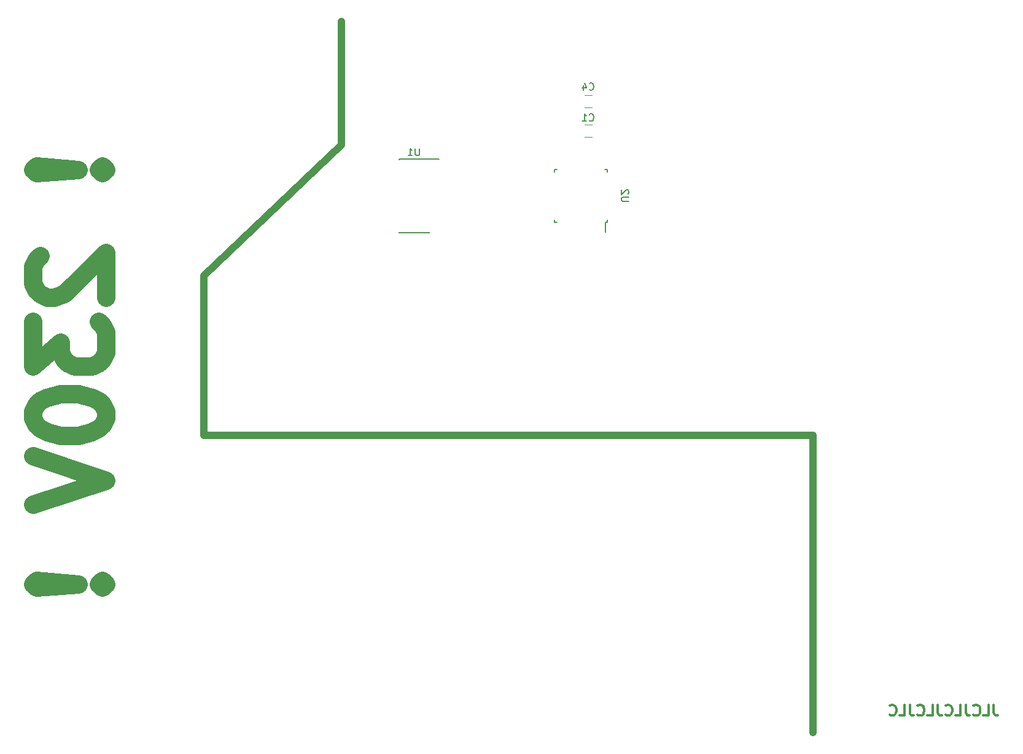
<source format=gbr>
G04 #@! TF.GenerationSoftware,KiCad,Pcbnew,(5.1.8)-1*
G04 #@! TF.CreationDate,2020-11-20T19:23:25+01:00*
G04 #@! TF.ProjectId,light-box,6c696768-742d-4626-9f78-2e6b69636164,rev?*
G04 #@! TF.SameCoordinates,Original*
G04 #@! TF.FileFunction,Legend,Bot*
G04 #@! TF.FilePolarity,Positive*
%FSLAX46Y46*%
G04 Gerber Fmt 4.6, Leading zero omitted, Abs format (unit mm)*
G04 Created by KiCad (PCBNEW (5.1.8)-1) date 2020-11-20 19:23:25*
%MOMM*%
%LPD*%
G01*
G04 APERTURE LIST*
%ADD10C,0.300000*%
%ADD11C,1.000000*%
%ADD12C,2.500000*%
%ADD13C,0.120000*%
%ADD14C,0.150000*%
G04 APERTURE END LIST*
D10*
X215928571Y-135178571D02*
X215928571Y-136250000D01*
X216000000Y-136464285D01*
X216142857Y-136607142D01*
X216357142Y-136678571D01*
X216500000Y-136678571D01*
X214500000Y-136678571D02*
X215214285Y-136678571D01*
X215214285Y-135178571D01*
X213142857Y-136535714D02*
X213214285Y-136607142D01*
X213428571Y-136678571D01*
X213571428Y-136678571D01*
X213785714Y-136607142D01*
X213928571Y-136464285D01*
X214000000Y-136321428D01*
X214071428Y-136035714D01*
X214071428Y-135821428D01*
X214000000Y-135535714D01*
X213928571Y-135392857D01*
X213785714Y-135250000D01*
X213571428Y-135178571D01*
X213428571Y-135178571D01*
X213214285Y-135250000D01*
X213142857Y-135321428D01*
X212071428Y-135178571D02*
X212071428Y-136250000D01*
X212142857Y-136464285D01*
X212285714Y-136607142D01*
X212500000Y-136678571D01*
X212642857Y-136678571D01*
X210642857Y-136678571D02*
X211357142Y-136678571D01*
X211357142Y-135178571D01*
X209285714Y-136535714D02*
X209357142Y-136607142D01*
X209571428Y-136678571D01*
X209714285Y-136678571D01*
X209928571Y-136607142D01*
X210071428Y-136464285D01*
X210142857Y-136321428D01*
X210214285Y-136035714D01*
X210214285Y-135821428D01*
X210142857Y-135535714D01*
X210071428Y-135392857D01*
X209928571Y-135250000D01*
X209714285Y-135178571D01*
X209571428Y-135178571D01*
X209357142Y-135250000D01*
X209285714Y-135321428D01*
X208214285Y-135178571D02*
X208214285Y-136250000D01*
X208285714Y-136464285D01*
X208428571Y-136607142D01*
X208642857Y-136678571D01*
X208785714Y-136678571D01*
X206785714Y-136678571D02*
X207500000Y-136678571D01*
X207500000Y-135178571D01*
X205428571Y-136535714D02*
X205500000Y-136607142D01*
X205714285Y-136678571D01*
X205857142Y-136678571D01*
X206071428Y-136607142D01*
X206214285Y-136464285D01*
X206285714Y-136321428D01*
X206357142Y-136035714D01*
X206357142Y-135821428D01*
X206285714Y-135535714D01*
X206214285Y-135392857D01*
X206071428Y-135250000D01*
X205857142Y-135178571D01*
X205714285Y-135178571D01*
X205500000Y-135250000D01*
X205428571Y-135321428D01*
X204357142Y-135178571D02*
X204357142Y-136250000D01*
X204428571Y-136464285D01*
X204571428Y-136607142D01*
X204785714Y-136678571D01*
X204928571Y-136678571D01*
X202928571Y-136678571D02*
X203642857Y-136678571D01*
X203642857Y-135178571D01*
X201571428Y-136535714D02*
X201642857Y-136607142D01*
X201857142Y-136678571D01*
X202000000Y-136678571D01*
X202214285Y-136607142D01*
X202357142Y-136464285D01*
X202428571Y-136321428D01*
X202500000Y-136035714D01*
X202500000Y-135821428D01*
X202428571Y-135535714D01*
X202357142Y-135392857D01*
X202214285Y-135250000D01*
X202000000Y-135178571D01*
X201857142Y-135178571D01*
X201642857Y-135250000D01*
X201571428Y-135321428D01*
D11*
X191000000Y-98000000D02*
X191000000Y-139000000D01*
X107000000Y-98000000D02*
X191000000Y-98000000D01*
X107000000Y-76000000D02*
X107000000Y-98000000D01*
X126000000Y-58000000D02*
X107000000Y-76000000D01*
X126000000Y-41000000D02*
X126000000Y-58000000D01*
D12*
X92571428Y-61428571D02*
X93047619Y-61904761D01*
X93523809Y-61428571D01*
X93047619Y-60952380D01*
X92571428Y-61428571D01*
X93523809Y-61428571D01*
X89714285Y-61428571D02*
X84000000Y-60952380D01*
X83523809Y-61428571D01*
X84000000Y-61904761D01*
X89714285Y-61428571D01*
X83523809Y-61428571D01*
X84476190Y-73333333D02*
X84000000Y-73809523D01*
X83523809Y-74761904D01*
X83523809Y-77142857D01*
X84000000Y-78095238D01*
X84476190Y-78571428D01*
X85428571Y-79047619D01*
X86380952Y-79047619D01*
X87809523Y-78571428D01*
X93523809Y-72857142D01*
X93523809Y-79047619D01*
X83523809Y-82380952D02*
X83523809Y-88571428D01*
X87333333Y-85238095D01*
X87333333Y-86666666D01*
X87809523Y-87619047D01*
X88285714Y-88095238D01*
X89238095Y-88571428D01*
X91619047Y-88571428D01*
X92571428Y-88095238D01*
X93047619Y-87619047D01*
X93523809Y-86666666D01*
X93523809Y-83809523D01*
X93047619Y-82857142D01*
X92571428Y-82380952D01*
X83523809Y-94761904D02*
X83523809Y-95714285D01*
X84000000Y-96666666D01*
X84476190Y-97142857D01*
X85428571Y-97619047D01*
X87333333Y-98095238D01*
X89714285Y-98095238D01*
X91619047Y-97619047D01*
X92571428Y-97142857D01*
X93047619Y-96666666D01*
X93523809Y-95714285D01*
X93523809Y-94761904D01*
X93047619Y-93809523D01*
X92571428Y-93333333D01*
X91619047Y-92857142D01*
X89714285Y-92380952D01*
X87333333Y-92380952D01*
X85428571Y-92857142D01*
X84476190Y-93333333D01*
X84000000Y-93809523D01*
X83523809Y-94761904D01*
X83523809Y-100952380D02*
X93523809Y-104285714D01*
X83523809Y-107619047D01*
X92571428Y-118571428D02*
X93047619Y-119047619D01*
X93523809Y-118571428D01*
X93047619Y-118095238D01*
X92571428Y-118571428D01*
X93523809Y-118571428D01*
X89714285Y-118571428D02*
X84000000Y-118095238D01*
X83523809Y-118571428D01*
X84000000Y-119047619D01*
X89714285Y-118571428D01*
X83523809Y-118571428D01*
D13*
G04 #@! TO.C,C1*
X159500000Y-55150000D02*
X160500000Y-55150000D01*
X160500000Y-56850000D02*
X159500000Y-56850000D01*
G04 #@! TO.C,C4*
X160500000Y-52850000D02*
X159500000Y-52850000D01*
X159500000Y-51150000D02*
X160500000Y-51150000D01*
D14*
G04 #@! TO.C,U1*
X138075000Y-59925000D02*
X138075000Y-59950000D01*
X133925000Y-59925000D02*
X133925000Y-60030000D01*
X133925000Y-70075000D02*
X133925000Y-69970000D01*
X138075000Y-70075000D02*
X138075000Y-69970000D01*
X138075000Y-59925000D02*
X133925000Y-59925000D01*
X138075000Y-70075000D02*
X133925000Y-70075000D01*
X138075000Y-59950000D02*
X139450000Y-59950000D01*
G04 #@! TO.C,U2*
X162625000Y-68625000D02*
X162400000Y-68625000D01*
X162625000Y-61375000D02*
X162300000Y-61375000D01*
X155375000Y-61375000D02*
X155700000Y-61375000D01*
X155375000Y-68625000D02*
X155700000Y-68625000D01*
X162625000Y-68625000D02*
X162625000Y-68300000D01*
X155375000Y-68625000D02*
X155375000Y-68300000D01*
X155375000Y-61375000D02*
X155375000Y-61700000D01*
X162625000Y-61375000D02*
X162625000Y-61700000D01*
X162400000Y-68625000D02*
X162400000Y-70050000D01*
G04 #@! TO.C,C1*
X160166666Y-54607142D02*
X160214285Y-54654761D01*
X160357142Y-54702380D01*
X160452380Y-54702380D01*
X160595238Y-54654761D01*
X160690476Y-54559523D01*
X160738095Y-54464285D01*
X160785714Y-54273809D01*
X160785714Y-54130952D01*
X160738095Y-53940476D01*
X160690476Y-53845238D01*
X160595238Y-53750000D01*
X160452380Y-53702380D01*
X160357142Y-53702380D01*
X160214285Y-53750000D01*
X160166666Y-53797619D01*
X159214285Y-54702380D02*
X159785714Y-54702380D01*
X159500000Y-54702380D02*
X159500000Y-53702380D01*
X159595238Y-53845238D01*
X159690476Y-53940476D01*
X159785714Y-53988095D01*
G04 #@! TO.C,C4*
X160166666Y-50357142D02*
X160214285Y-50404761D01*
X160357142Y-50452380D01*
X160452380Y-50452380D01*
X160595238Y-50404761D01*
X160690476Y-50309523D01*
X160738095Y-50214285D01*
X160785714Y-50023809D01*
X160785714Y-49880952D01*
X160738095Y-49690476D01*
X160690476Y-49595238D01*
X160595238Y-49500000D01*
X160452380Y-49452380D01*
X160357142Y-49452380D01*
X160214285Y-49500000D01*
X160166666Y-49547619D01*
X159309523Y-49785714D02*
X159309523Y-50452380D01*
X159547619Y-49404761D02*
X159785714Y-50119047D01*
X159166666Y-50119047D01*
G04 #@! TO.C,U1*
X136761904Y-58452380D02*
X136761904Y-59261904D01*
X136714285Y-59357142D01*
X136666666Y-59404761D01*
X136571428Y-59452380D01*
X136380952Y-59452380D01*
X136285714Y-59404761D01*
X136238095Y-59357142D01*
X136190476Y-59261904D01*
X136190476Y-58452380D01*
X135190476Y-59452380D02*
X135761904Y-59452380D01*
X135476190Y-59452380D02*
X135476190Y-58452380D01*
X135571428Y-58595238D01*
X135666666Y-58690476D01*
X135761904Y-58738095D01*
G04 #@! TO.C,U2*
X165597619Y-65761904D02*
X164788095Y-65761904D01*
X164692857Y-65714285D01*
X164645238Y-65666666D01*
X164597619Y-65571428D01*
X164597619Y-65380952D01*
X164645238Y-65285714D01*
X164692857Y-65238095D01*
X164788095Y-65190476D01*
X165597619Y-65190476D01*
X165502380Y-64761904D02*
X165550000Y-64714285D01*
X165597619Y-64619047D01*
X165597619Y-64380952D01*
X165550000Y-64285714D01*
X165502380Y-64238095D01*
X165407142Y-64190476D01*
X165311904Y-64190476D01*
X165169047Y-64238095D01*
X164597619Y-64809523D01*
X164597619Y-64190476D01*
G04 #@! TD*
M02*

</source>
